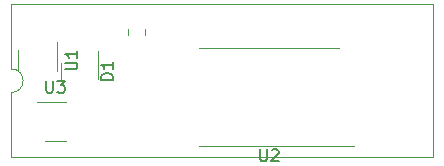
<source format=gbr>
%TF.GenerationSoftware,KiCad,Pcbnew,7.0.5-7.0.5~ubuntu20.04.1*%
%TF.CreationDate,2023-07-18T12:44:14+02:00*%
%TF.ProjectId,EpromEMU_BOT,4570726f-6d45-44d5-955f-424f542e6b69,rev?*%
%TF.SameCoordinates,Original*%
%TF.FileFunction,Legend,Top*%
%TF.FilePolarity,Positive*%
%FSLAX46Y46*%
G04 Gerber Fmt 4.6, Leading zero omitted, Abs format (unit mm)*
G04 Created by KiCad (PCBNEW 7.0.5-7.0.5~ubuntu20.04.1) date 2023-07-18 12:44:14*
%MOMM*%
%LPD*%
G01*
G04 APERTURE LIST*
%ADD10C,0.150000*%
%ADD11C,0.120000*%
G04 APERTURE END LIST*
D10*
%TO.C,D1*%
X108925219Y-91138994D02*
X107925219Y-91138994D01*
X107925219Y-91138994D02*
X107925219Y-90900899D01*
X107925219Y-90900899D02*
X107972838Y-90758042D01*
X107972838Y-90758042D02*
X108068076Y-90662804D01*
X108068076Y-90662804D02*
X108163314Y-90615185D01*
X108163314Y-90615185D02*
X108353790Y-90567566D01*
X108353790Y-90567566D02*
X108496647Y-90567566D01*
X108496647Y-90567566D02*
X108687123Y-90615185D01*
X108687123Y-90615185D02*
X108782361Y-90662804D01*
X108782361Y-90662804D02*
X108877600Y-90758042D01*
X108877600Y-90758042D02*
X108925219Y-90900899D01*
X108925219Y-90900899D02*
X108925219Y-91138994D01*
X108925219Y-89615185D02*
X108925219Y-90186613D01*
X108925219Y-89900899D02*
X107925219Y-89900899D01*
X107925219Y-89900899D02*
X108068076Y-89996137D01*
X108068076Y-89996137D02*
X108163314Y-90091375D01*
X108163314Y-90091375D02*
X108210933Y-90186613D01*
%TO.C,U3*%
X103276495Y-91220619D02*
X103276495Y-92030142D01*
X103276495Y-92030142D02*
X103324114Y-92125380D01*
X103324114Y-92125380D02*
X103371733Y-92173000D01*
X103371733Y-92173000D02*
X103466971Y-92220619D01*
X103466971Y-92220619D02*
X103657447Y-92220619D01*
X103657447Y-92220619D02*
X103752685Y-92173000D01*
X103752685Y-92173000D02*
X103800304Y-92125380D01*
X103800304Y-92125380D02*
X103847923Y-92030142D01*
X103847923Y-92030142D02*
X103847923Y-91220619D01*
X104228876Y-91220619D02*
X104847923Y-91220619D01*
X104847923Y-91220619D02*
X104514590Y-91601571D01*
X104514590Y-91601571D02*
X104657447Y-91601571D01*
X104657447Y-91601571D02*
X104752685Y-91649190D01*
X104752685Y-91649190D02*
X104800304Y-91696809D01*
X104800304Y-91696809D02*
X104847923Y-91792047D01*
X104847923Y-91792047D02*
X104847923Y-92030142D01*
X104847923Y-92030142D02*
X104800304Y-92125380D01*
X104800304Y-92125380D02*
X104752685Y-92173000D01*
X104752685Y-92173000D02*
X104657447Y-92220619D01*
X104657447Y-92220619D02*
X104371733Y-92220619D01*
X104371733Y-92220619D02*
X104276495Y-92173000D01*
X104276495Y-92173000D02*
X104228876Y-92125380D01*
%TO.C,U1*%
X104894619Y-90246104D02*
X105704142Y-90246104D01*
X105704142Y-90246104D02*
X105799380Y-90198485D01*
X105799380Y-90198485D02*
X105847000Y-90150866D01*
X105847000Y-90150866D02*
X105894619Y-90055628D01*
X105894619Y-90055628D02*
X105894619Y-89865152D01*
X105894619Y-89865152D02*
X105847000Y-89769914D01*
X105847000Y-89769914D02*
X105799380Y-89722295D01*
X105799380Y-89722295D02*
X105704142Y-89674676D01*
X105704142Y-89674676D02*
X104894619Y-89674676D01*
X105894619Y-88674676D02*
X105894619Y-89246104D01*
X105894619Y-88960390D02*
X104894619Y-88960390D01*
X104894619Y-88960390D02*
X105037476Y-89055628D01*
X105037476Y-89055628D02*
X105132714Y-89150866D01*
X105132714Y-89150866D02*
X105180333Y-89246104D01*
%TO.C,U2*%
X121381215Y-97021419D02*
X121381215Y-97830942D01*
X121381215Y-97830942D02*
X121428834Y-97926180D01*
X121428834Y-97926180D02*
X121476453Y-97973800D01*
X121476453Y-97973800D02*
X121571691Y-98021419D01*
X121571691Y-98021419D02*
X121762167Y-98021419D01*
X121762167Y-98021419D02*
X121857405Y-97973800D01*
X121857405Y-97973800D02*
X121905024Y-97926180D01*
X121905024Y-97926180D02*
X121952643Y-97830942D01*
X121952643Y-97830942D02*
X121952643Y-97021419D01*
X122381215Y-97116657D02*
X122428834Y-97069038D01*
X122428834Y-97069038D02*
X122524072Y-97021419D01*
X122524072Y-97021419D02*
X122762167Y-97021419D01*
X122762167Y-97021419D02*
X122857405Y-97069038D01*
X122857405Y-97069038D02*
X122905024Y-97116657D01*
X122905024Y-97116657D02*
X122952643Y-97211895D01*
X122952643Y-97211895D02*
X122952643Y-97307133D01*
X122952643Y-97307133D02*
X122905024Y-97449990D01*
X122905024Y-97449990D02*
X122333596Y-98021419D01*
X122333596Y-98021419D02*
X122952643Y-98021419D01*
D11*
%TO.C,D1*%
X107630400Y-90400900D02*
X107630400Y-91050900D01*
X104510400Y-90400900D02*
X104510400Y-91050900D01*
X107630400Y-90400900D02*
X107630400Y-88725900D01*
X104510400Y-90400900D02*
X104510400Y-89750900D01*
%TO.C,U3*%
X104938400Y-93055800D02*
X102488400Y-93055800D01*
X103138400Y-96275800D02*
X104938400Y-96275800D01*
%TO.C,U1*%
X104149800Y-90384200D02*
X104149800Y-87934200D01*
X100929800Y-88584200D02*
X100929800Y-90384200D01*
%TO.C,U2*%
X122143120Y-88456600D02*
X116243120Y-88456600D01*
X122143120Y-88456600D02*
X128043120Y-88456600D01*
X122143120Y-96776600D02*
X129343120Y-96776600D01*
X122143120Y-96776600D02*
X116243120Y-96776600D01*
%TO.C,U7*%
X100320800Y-97671400D02*
X136000800Y-97671400D01*
X136000800Y-97671400D02*
X136000800Y-84751400D01*
X100320800Y-92211400D02*
X100320800Y-97671400D01*
X100320800Y-84751400D02*
X100320800Y-90211400D01*
X136000800Y-84751400D02*
X100320800Y-84751400D01*
X100320800Y-92211400D02*
G75*
G03*
X100320800Y-90211400I0J1000000D01*
G01*
%TO.C,C4*%
X111631400Y-87332452D02*
X111631400Y-86809948D01*
X110161400Y-87332452D02*
X110161400Y-86809948D01*
%TD*%
M02*

</source>
